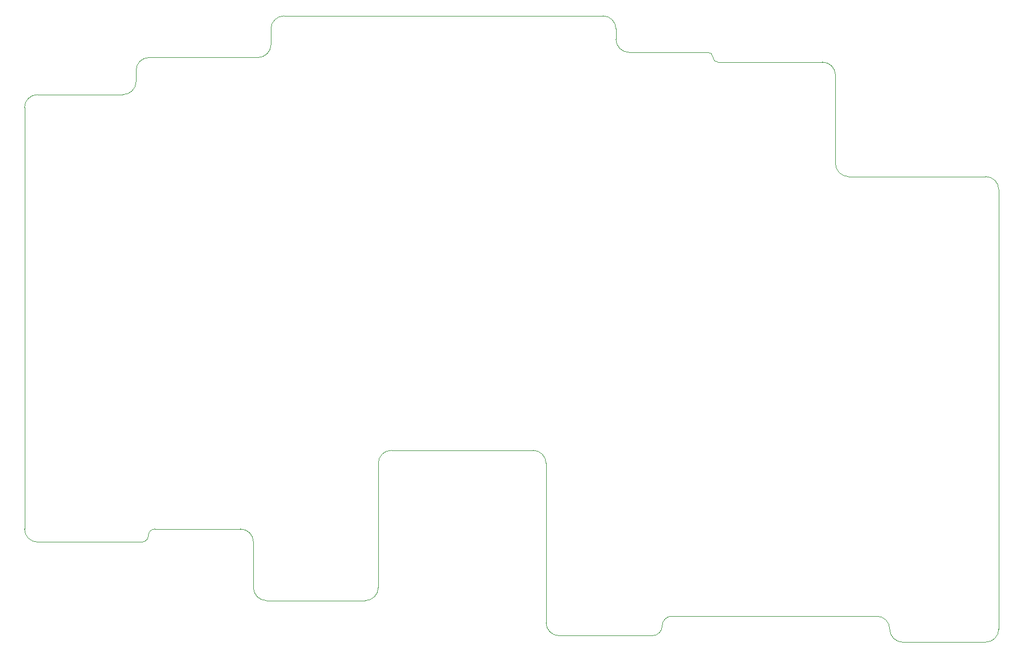
<source format=gbr>
G04 #@! TF.GenerationSoftware,KiCad,Pcbnew,(5.1.7)-1*
G04 #@! TF.CreationDate,2020-12-30T19:43:11-05:00*
G04 #@! TF.ProjectId,snowflake,736e6f77-666c-4616-9b65-2e6b69636164,rev?*
G04 #@! TF.SameCoordinates,Original*
G04 #@! TF.FileFunction,Profile,NP*
%FSLAX46Y46*%
G04 Gerber Fmt 4.6, Leading zero omitted, Abs format (unit mm)*
G04 Created by KiCad (PCBNEW (5.1.7)-1) date 2020-12-30 19:43:11*
%MOMM*%
%LPD*%
G01*
G04 APERTURE LIST*
G04 #@! TA.AperFunction,Profile*
%ADD10C,0.050000*%
G04 #@! TD*
G04 APERTURE END LIST*
D10*
X163500000Y-147700000D02*
G75*
G02*
X161500000Y-145700000I0J2000000D01*
G01*
X229100000Y-77100000D02*
G75*
G02*
X231100000Y-79100000I0J-2000000D01*
G01*
X208000000Y-77100000D02*
G75*
G02*
X206000000Y-75100000I0J2000000D01*
G01*
X204000000Y-59500000D02*
G75*
G02*
X206000000Y-61500000I0J-2000000D01*
G01*
X187900000Y-59500000D02*
G75*
G02*
X187150000Y-58750000I0J750000D01*
G01*
X186400000Y-58000000D02*
G75*
G02*
X187150000Y-58750000I0J-750000D01*
G01*
X172250000Y-54400000D02*
X172250000Y-56000000D01*
X170250000Y-52400000D02*
G75*
G02*
X172250000Y-54400000I0J-2000000D01*
G01*
X174250000Y-58000000D02*
G75*
G02*
X172250000Y-56000000I0J2000000D01*
G01*
X119200000Y-54400000D02*
X119200000Y-56800000D01*
X119200000Y-54400000D02*
G75*
G02*
X121200000Y-52400000I2000000J0D01*
G01*
X119200000Y-56800000D02*
G75*
G02*
X117200000Y-58800000I-2000000J0D01*
G01*
X98450000Y-60800000D02*
X98450000Y-62500000D01*
X98450000Y-60800000D02*
G75*
G02*
X100450000Y-58800000I2000000J0D01*
G01*
X98450000Y-62500000D02*
G75*
G02*
X96450000Y-64500000I-2000000J0D01*
G01*
X81300000Y-66500000D02*
G75*
G02*
X83300000Y-64500000I2000000J0D01*
G01*
X83300000Y-133300000D02*
G75*
G02*
X81300000Y-131300000I0J2000000D01*
G01*
X100350000Y-132300000D02*
G75*
G02*
X99350000Y-133300000I-1000000J0D01*
G01*
X100350000Y-132300000D02*
G75*
G02*
X101350000Y-131300000I1000000J0D01*
G01*
X114500000Y-131300000D02*
G75*
G02*
X116500000Y-133300000I0J-2000000D01*
G01*
X118500000Y-142300000D02*
G75*
G02*
X116500000Y-140300000I0J2000000D01*
G01*
X135700000Y-140300000D02*
G75*
G02*
X133700000Y-142300000I-2000000J0D01*
G01*
X135700000Y-121200000D02*
G75*
G02*
X137700000Y-119200000I2000000J0D01*
G01*
X159500000Y-119200000D02*
G75*
G02*
X161500000Y-121200000I0J-2000000D01*
G01*
X179350000Y-146200000D02*
G75*
G02*
X177850000Y-147700000I-1500000J0D01*
G01*
X179350000Y-146200000D02*
G75*
G02*
X180850000Y-144700000I1500000J0D01*
G01*
X216350000Y-148700000D02*
G75*
G02*
X214350000Y-146700000I0J2000000D01*
G01*
X212350000Y-144700000D02*
G75*
G02*
X214350000Y-146700000I0J-2000000D01*
G01*
X231100000Y-146700000D02*
G75*
G02*
X229100000Y-148700000I-2000000J0D01*
G01*
X216350000Y-148700000D02*
X229100000Y-148700000D01*
X180850000Y-144700000D02*
X212350000Y-144700000D01*
X163500000Y-147700000D02*
X177850000Y-147700000D01*
X161500000Y-121200000D02*
X161500000Y-145700000D01*
X137700000Y-119200000D02*
X159500000Y-119200000D01*
X135700000Y-140300000D02*
X135700000Y-121200000D01*
X118500000Y-142300000D02*
X133700000Y-142300000D01*
X116500000Y-133300000D02*
X116500000Y-140300000D01*
X101350000Y-131300000D02*
X114500000Y-131300000D01*
X83300000Y-133300000D02*
X99350000Y-133300000D01*
X81300000Y-66500000D02*
X81300000Y-131300000D01*
X96450000Y-64500000D02*
X83300000Y-64500000D01*
X117200000Y-58800000D02*
X100450000Y-58800000D01*
X170250000Y-52400000D02*
X121200000Y-52400000D01*
X186400000Y-58000000D02*
X174250000Y-58000000D01*
X204000000Y-59500000D02*
X187900000Y-59500000D01*
X206000000Y-75100000D02*
X206000000Y-61500000D01*
X229100000Y-77100000D02*
X208000000Y-77100000D01*
X231100000Y-146700000D02*
X231100000Y-79100000D01*
M02*

</source>
